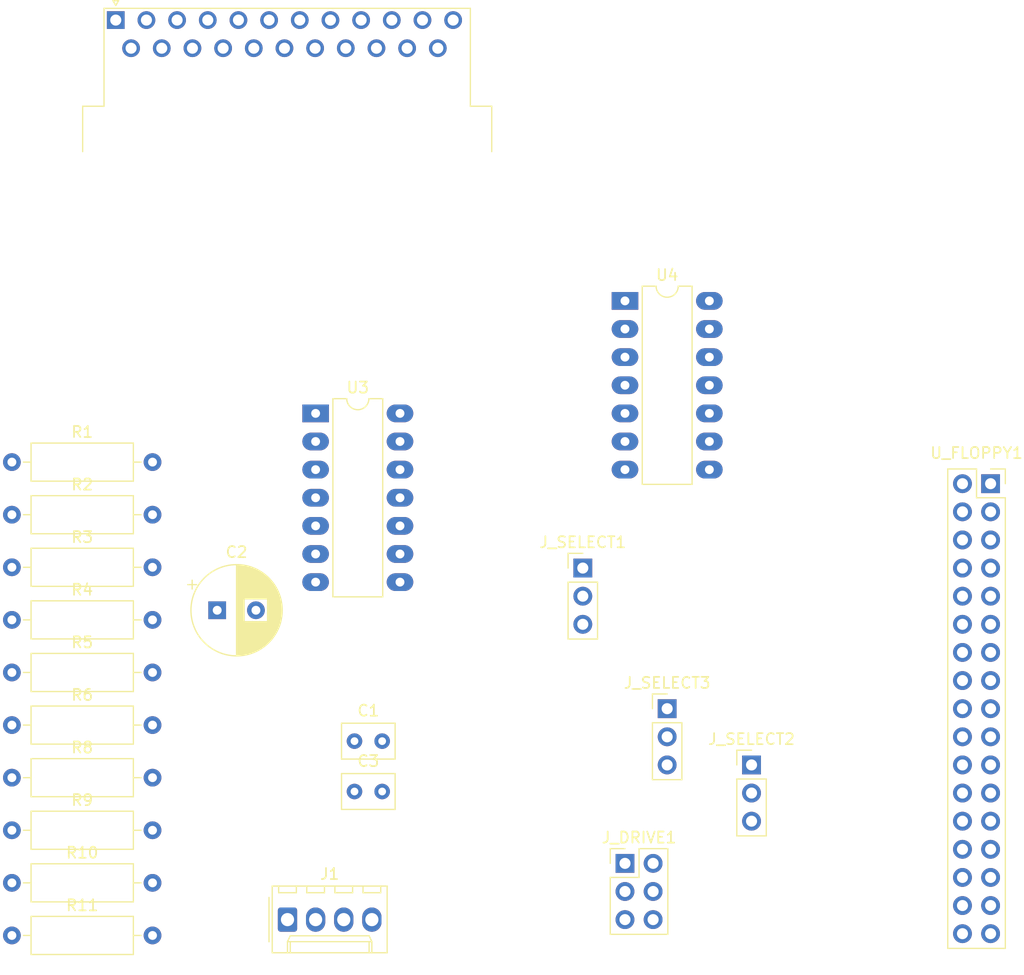
<source format=kicad_pcb>
(kicad_pcb (version 20240108) (generator "pcbnew") (generator_version "8.0")
  (layers (0 "F.Cu" signal) (31 "B.Cu" signal) (34 "B.Paste" user) (35 "F.Paste" user) (36 "B.SilkS" user "B.Silkscreen") (37 "F.SilkS" user "F.Silkscreen") (38 "B.Mask" user) (39 "F.Mask" user) (44 "Edge.Cuts" user))
  (net 0 "")
  (net 1 "GND")
  (net 2 "+5V")
  (net 3 "Net-(J_DRIVE1-Pin_2)")
  (net 4 "Net-(J_DRIVE1-Pin_5)")
  (net 5 "Net-(J_DRIVE1-Pin_3)")
  (net 6 "Net-(J_DRIVE1-Pin_1)")
  (net 7 "Net-(J_SELECT1-Pin_1)")
  (net 9 "Net-(J_SELECT1-Pin_2)")
  (net 10 "Net-(J_SELECT2-Pin_1)")
  (net 11 "~{CHNG}")
  (net 12 "Net-(J_SELECT3-Pin_1)")
  (net 13 "Net-(J_SELECT3-Pin_3)")
  (net 14 "Net-(U4A-C)")
  (net 15 "~{WPRO}")
  (net 16 "~{DKRD}")
  (net 17 "Net-(U_FLOPPY1-~{MOTEB})")
  (net 18 "~{DRES}")
  (net 19 "~{MTRXD}")
  (net 20 "~{TKO}")
  (net 22 "Net-(U4A-~{Q})")
  (net 23 "Net-(U4A-Q)")
  (net 26 "/~{DKWE}")
  (net 27 "/~{SIDE}")
  (net 28 "/~{INDEX}")
  (net 29 "/~{STEP}")
  (net 31 "/~{DIR}")
  (net 32 "/~{DKWD}")
  (footprint "Resistor_THT:R_Axial_DIN0309_L9.0mm_D3.2mm_P12.70mm_Horizontal" (layer "F.Cu") (at 95.76 114.79)
    (property "Reference" "R10" (at 6.35 -2.72 0) (layer "F.SilkS"))
    (property "Value" "2.2k")
    (fp_line (start 1.04 0) (end 1.73 0) (stroke (width 0.12)) (layer "F.SilkS"))
    (fp_line (start 1.73 -1.72) (end 1.73 1.72) (stroke (width 0.12)) (layer "F.SilkS"))
    (fp_line (start 1.73 1.72) (end 10.97 1.72) (stroke (width 0.12)) (layer "F.SilkS"))
    (fp_line (start 10.97 -1.72) (end 1.73 -1.72) (stroke (width 0.12)) (layer "F.SilkS"))
    (fp_line (start 10.97 1.72) (end 10.97 -1.72) (stroke (width 0.12)) (layer "F.SilkS"))
    (fp_line (start 11.66 0) (end 10.97 0) (stroke (width 0.12)) (layer "F.SilkS"))
    (pad "1" thru_hole circle (at 0 0) (size 1.6 1.6) (drill 0.8) (layers "*.Cu" "*.Mask") (net 2 "+5V"))
    (pad "2" thru_hole oval (at 12.7 0) (size 1.6 1.6) (drill 0.8) (layers "*.Cu" "*.Mask") (net 19 "~{MTRXD}"))
  )
  (footprint "Resistor_THT:R_Axial_DIN0309_L9.0mm_D3.2mm_P12.70mm_Horizontal" (layer "F.Cu") (at 95.76 86.29)
    (property "Reference" "R3" (at 6.35 -2.72 0) (layer "F.SilkS"))
    (property "Value" "2.2k")
    (fp_line (start 1.04 0) (end 1.73 0) (stroke (width 0.12)) (layer "F.SilkS"))
    (fp_line (start 1.73 -1.72) (end 1.73 1.72) (stroke (width 0.12)) (layer "F.SilkS"))
    (fp_line (start 1.73 1.72) (end 10.97 1.72) (stroke (width 0.12)) (layer "F.SilkS"))
    (fp_line (start 10.97 -1.72) (end 1.73 -1.72) (stroke (width 0.12)) (layer "F.SilkS"))
    (fp_line (start 10.97 1.72) (end 10.97 -1.72) (stroke (width 0.12)) (layer "F.SilkS"))
    (fp_line (start 11.66 0) (end 10.97 0) (stroke (width 0.12)) (layer "F.SilkS"))
    (pad "1" thru_hole circle (at 0 0) (size 1.6 1.6) (drill 0.8) (layers "*.Cu" "*.Mask") (net 2 "+5V"))
    (pad "2" thru_hole oval (at 12.7 0) (size 1.6 1.6) (drill 0.8) (layers "*.Cu" "*.Mask") (net 15 "~{WPRO}"))
  )
  (footprint "Connector_PinSocket_2.54mm:PinSocket_2x17_P2.54mm_Vertical" (layer "F.Cu") (at 184.15 78.74)
    (property "Reference" "U_FLOPPY1" (at -1.27 -2.77 0) (layer "F.SilkS"))
    (property "Value" "~")
    (fp_line (start -3.87 -1.33) (end -3.87 41.97) (stroke (width 0.12)) (layer "F.SilkS"))
    (fp_line (start -3.87 -1.33) (end -1.27 -1.33) (stroke (width 0.12)) (layer "F.SilkS"))
    (fp_line (start -3.87 41.97) (end 1.33 41.97) (stroke (width 0.12)) (layer "F.SilkS"))
    (fp_line (start -1.27 -1.33) (end -1.27 1.27) (stroke (width 0.12)) (layer "F.SilkS"))
    (fp_line (start -1.27 1.27) (end 1.33 1.27) (stroke (width 0.12)) (layer "F.SilkS"))
    (fp_line (start 0 -1.33) (end 1.33 -1.33) (stroke (width 0.12)) (layer "F.SilkS"))
    (fp_line (start 1.33 -1.33) (end 1.33 0) (stroke (width 0.12)) (layer "F.SilkS"))
    (fp_line (start 1.33 1.27) (end 1.33 41.97) (stroke (width 0.12)) (layer "F.SilkS"))
    (pad "1" thru_hole rect (at 0 0) (size 1.7 1.7) (drill 1) (layers "*.Cu" "*.Mask") (net 1 "GND"))
    (pad "2" thru_hole oval (at -2.54 0) (size 1.7 1.7) (drill 1) (layers "*.Cu" "*.Mask") (net 10 "Net-(J_SELECT2-Pin_1)"))
    (pad "3" thru_hole oval (at 0 2.54) (size 1.7 1.7) (drill 1) (layers "*.Cu" "*.Mask") (net 1 "GND"))
    (pad "4" thru_hole oval (at -2.54 2.54) (size 1.7 1.7) (drill 1) (layers "*.Cu" "*.Mask") (net 17 "Net-(U_FLOPPY1-~{MOTEB})"))
    (pad "5" thru_hole oval (at 0 5.08) (size 1.7 1.7) (drill 1) (layers "*.Cu" "*.Mask") (net 1 "GND"))
    (pad "6" thru_hole oval (at -2.54 5.08) (size 1.7 1.7) (drill 1) (layers "*.Cu" "*.Mask"))
    (pad "7" thru_hole oval (at 0 7.62) (size 1.7 1.7) (drill 1) (layers "*.Cu" "*.Mask") (net 1 "GND"))
    (pad "8" thru_hole oval (at -2.54 7.62) (size 1.7 1.7) (drill 1) (layers "*.Cu" "*.Mask") (net 28 "/~{INDEX}"))
    (pad "9" thru_hole oval (at 0 10.16) (size 1.7 1.7) (drill 1) (layers "*.Cu" "*.Mask") (net 1 "GND"))
    (pad "10" thru_hole oval (at -2.54 10.16) (size 1.7 1.7) (drill 1) (layers "*.Cu" "*.Mask") (net 12 "Net-(J_SELECT3-Pin_1)"))
    (pad "11" thru_hole oval (at 0 12.7) (size 1.7 1.7) (drill 1) (layers "*.Cu" "*.Mask") (net 1 "GND"))
    (pad "12" thru_hole oval (at -2.54 12.7) (size 1.7 1.7) (drill 1) (layers "*.Cu" "*.Mask") (net 13 "Net-(J_SELECT3-Pin_3)"))
    (pad "13" thru_hole oval (at 0 15.24) (size 1.7 1.7) (drill 1) (layers "*.Cu" "*.Mask") (net 1 "GND"))
    (pad "14" thru_hole oval (at -2.54 15.24) (size 1.7 1.7) (drill 1) (layers "*.Cu" "*.Mask"))
    (pad "15" thru_hole oval (at 0 17.78) (size 1.7 1.7) (drill 1) (layers "*.Cu" "*.Mask") (net 1 "GND"))
    (pad "16" thru_hole oval (at -2.54 17.78) (size 1.7 1.7) (drill 1) (layers "*.Cu" "*.Mask") (net 17 "Net-(U_FLOPPY1-~{MOTEB})"))
    (pad "17" thru_hole oval (at 0 20.32) (size 1.7 1.7) (drill 1) (layers "*.Cu" "*.Mask") (net 1 "GND"))
    (pad "18" thru_hole oval (at -2.54 20.32) (size 1.7 1.7) (drill 1) (layers "*.Cu" "*.Mask") (net 31 "/~{DIR}"))
    (pad "19" thru_hole oval (at 0 22.86) (size 1.7 1.7) (drill 1) (layers "*.Cu" "*.Mask") (net 1 "GND"))
    (pad "20" thru_hole oval (at -2.54 22.86) (size 1.7 1.7) (drill 1) (layers "*.Cu" "*.Mask") (net 29 "/~{STEP}"))
    (pad "21" thru_hole oval (at 0 25.4) (size 1.7 1.7) (drill 1) (layers "*.Cu" "*.Mask") (net 1 "GND"))
    (pad "22" thru_hole oval (at -2.54 25.4) (size 1.7 1.7) (drill 1) (layers "*.Cu" "*.Mask") (net 32 "/~{DKWD}"))
    (pad "23" thru_hole oval (at 0 27.94) (size 1.7 1.7) (drill 1) (layers "*.Cu" "*.Mask") (net 1 "GND"))
    (pad "24" thru_hole oval (at -2.54 27.94) (size 1.7 1.7) (drill 1) (layers "*.Cu" "*.Mask") (net 26 "/~{DKWE}"))
    (pad "25" thru_hole oval (at 0 30.48) (size 1.7 1.7) (drill 1) (layers "*.Cu" "*.Mask") (net 1 "GND"))
    (pad "26" thru_hole oval (at -2.54 30.48) (size 1.7 1.7) (drill 1) (layers "*.Cu" "*.Mask") (net 20 "~{TKO}"))
    (pad "27" thru_hole oval (at 0 33.02) (size 1.7 1.7) (drill 1) (layers "*.Cu" "*.Mask") (net 1 "GND"))
    (pad "28" thru_hole oval (at -2.54 33.02) (size 1.7 1.7) (drill 1) (layers "*.Cu" "*.Mask") (net 15 "~{WPRO}"))
    (pad "29" thru_hole oval (at 0 35.56) (size 1.7 1.7) (drill 1) (layers "*.Cu" "*.Mask") (net 1 "GND"))
    (pad "30" thru_hole oval (at -2.54 35.56) (size 1.7 1.7) (drill 1) (layers "*.Cu" "*.Mask") (net 16 "~{DKRD}"))
    (pad "31" thru_hole oval (at 0 38.1) (size 1.7 1.7) (drill 1) (layers "*.Cu" "*.Mask") (net 1 "GND"))
    (pad "32" thru_hole oval (at -2.54 38.1) (size 1.7 1.7) (drill 1) (layers "*.Cu" "*.Mask") (net 27 "/~{SIDE}"))
    (pad "33" thru_hole oval (at 0 40.64) (size 1.7 1.7) (drill 1) (layers "*.Cu" "*.Mask") (net 1 "GND"))
    (pad "34" thru_hole oval (at -2.54 40.64) (size 1.7 1.7) (drill 1) (layers "*.Cu" "*.Mask") (net 7 "Net-(J_SELECT1-Pin_1)"))
  )
  (footprint "Connector_PinHeader_2.54mm:PinHeader_2x03_P2.54mm_Vertical" (layer "F.Cu") (at 151.13 113.03)
    (property "Reference" "J_DRIVE1" (at 1.27 -2.33 0) (layer "F.SilkS"))
    (property "Value" "Conn_2x3")
    (fp_line (start -1.33 -1.33) (end 0 -1.33) (stroke (width 0.12)) (layer "F.SilkS"))
    (fp_line (start -1.33 0) (end -1.33 -1.33) (stroke (width 0.12)) (layer "F.SilkS"))
    (fp_line (start -1.33 1.27) (end -1.33 6.41) (stroke (width 0.12)) (layer "F.SilkS"))
    (fp_line (start -1.33 1.27) (end 1.27 1.27) (stroke (width 0.12)) (layer "F.SilkS"))
    (fp_line (start -1.33 6.41) (end 3.87 6.41) (stroke (width 0.12)) (layer "F.SilkS"))
    (fp_line (start 1.27 -1.33) (end 3.87 -1.33) (stroke (width 0.12)) (layer "F.SilkS"))
    (fp_line (start 1.27 1.27) (end 1.27 -1.33) (stroke (width 0.12)) (layer "F.SilkS"))
    (fp_line (start 3.87 -1.33) (end 3.87 6.41) (stroke (width 0.12)) (layer "F.SilkS"))
    (pad "1" thru_hole rect (at 0 0) (size 1.7 1.7) (drill 1) (layers "*.Cu" "*.Mask") (net 6 "Net-(J_DRIVE1-Pin_1)"))
    (pad "2" thru_hole oval (at 2.54 0) (size 1.7 1.7) (drill 1) (layers "*.Cu" "*.Mask") (net 3 "Net-(J_DRIVE1-Pin_2)"))
    (pad "3" thru_hole oval (at 0 2.54) (size 1.7 1.7) (drill 1) (layers "*.Cu" "*.Mask") (net 5 "Net-(J_DRIVE1-Pin_3)"))
    (pad "4" thru_hole oval (at 2.54 2.54) (size 1.7 1.7) (drill 1) (layers "*.Cu" "*.Mask") (net 3 "Net-(J_DRIVE1-Pin_2)"))
    (pad "5" thru_hole oval (at 0 5.08) (size 1.7 1.7) (drill 1) (layers "*.Cu" "*.Mask") (net 4 "Net-(J_DRIVE1-Pin_5)"))
    (pad "6" thru_hole oval (at 2.54 5.08) (size 1.7 1.7) (drill 1) (layers "*.Cu" "*.Mask") (net 3 "Net-(J_DRIVE1-Pin_2)"))
  )
  (footprint "Connector_PinHeader_2.54mm:PinHeader_1x03_P2.54mm_Vertical" (layer "F.Cu") (at 147.32 86.36)
    (property "Reference" "J_SELECT1" (at 0 -2.33 0) (layer "F.SilkS"))
    (property "Value" "Conn_1x3")
    (fp_line (start -1.33 -1.33) (end 0 -1.33) (stroke (width 0.12)) (layer "F.SilkS"))
    (fp_line (start -1.33 0) (end -1.33 -1.33) (stroke (width 0.12)) (layer "F.SilkS"))
    (fp_line (start -1.33 1.27) (end -1.33 6.41) (stroke (width 0.12)) (layer "F.SilkS"))
    (fp_line (start -1.33 1.27) (end 1.33 1.27) (stroke (width 0.12)) (layer "F.SilkS"))
    (fp_line (start -1.33 6.41) (end 1.33 6.41) (stroke (width 0.12)) (layer "F.SilkS"))
    (fp_line (start 1.33 1.27) (end 1.33 6.41) (stroke (width 0.12)) (layer "F.SilkS"))
    (pad "1" thru_hole rect (at 0 0) (size 1.7 1.7) (drill 1) (layers "*.Cu" "*.Mask") (net 7 "Net-(J_SELECT1-Pin_1)"))
    (pad "2" thru_hole oval (at 0 2.54) (size 1.7 1.7) (drill 1) (layers "*.Cu" "*.Mask") (net 9 "Net-(J_SELECT1-Pin_2)"))
    (pad "3" thru_hole oval (at 0 5.08) (size 1.7 1.7) (drill 1) (layers "*.Cu" "*.Mask"))
  )
  (footprint "Package_DIP:DIP-14_W7.62mm_LongPads" (layer "F.Cu") (at 123.19 72.39)
    (property "Reference" "U3" (at 3.81 -2.33 0) (layer "F.SilkS"))
    (property "Value" "74LS38")
    (fp_line (start 1.56 -1.33) (end 1.56 16.57) (stroke (width 0.12)) (layer "F.SilkS"))
    (fp_line (start 1.56 16.57) (end 6.06 16.57) (stroke (width 0.12)) (layer "F.SilkS"))
    (fp_line (start 2.81 -1.33) (end 1.56 -1.33) (stroke (width 0.12)) (layer "F.SilkS"))
    (fp_line (start 6.06 -1.33) (end 4.81 -1.33) (stroke (width 0.12)) (layer "F.SilkS"))
    (fp_line (start 6.06 16.57) (end 6.06 -1.33) (stroke (width 0.12)) (layer "F.SilkS"))
    (fp_arc (start 4.81 -1.33) (mid 3.81 -0.33) (end 2.81 -1.33) (stroke (width 0.12)) (layer "F.SilkS"))
    (pad "1" thru_hole rect (at 0 0) (size 2.4 1.6) (drill 0.8) (layers "*.Cu" "*.Mask") (net 3 "Net-(J_DRIVE1-Pin_2)"))
    (pad "2" thru_hole oval (at 0 2.54) (size 2.4 1.6) (drill 0.8) (layers "*.Cu" "*.Mask") (net 3 "Net-(J_DRIVE1-Pin_2)"))
    (pad "3" thru_hole oval (at 0 5.08) (size 2.4 1.6) (drill 0.8) (layers "*.Cu" "*.Mask") (net 14 "Net-(U4A-C)"))
    (pad "4" thru_hole oval (at 0 7.62) (size 2.4 1.6) (drill 0.8) (layers "*.Cu" "*.Mask") (net 14 "Net-(U4A-C)"))
    (pad "5" thru_hole oval (at 0 10.16) (size 2.4 1.6) (drill 0.8) (layers "*.Cu" "*.Mask") (net 23 "Net-(U4A-Q)"))
    (pad "6" thru_hole oval (at 0 12.7) (size 2.4 1.6) (drill 0.8) (layers "*.Cu" "*.Mask") (net 9 "Net-(J_SELECT1-Pin_2)"))
    (pad "7" thru_hole oval (at 0 15.24) (size 2.4 1.6) (drill 0.8) (layers "*.Cu" "*.Mask") (net 1 "GND"))
    (pad "8" thru_hole oval (at 7.62 15.24) (size 2.4 1.6) (drill 0.8) (layers "*.Cu" "*.Mask") (net 17 "Net-(U_FLOPPY1-~{MOTEB})"))
    (pad "9" thru_hole oval (at 7.62 12.7) (size 2.4 1.6) (drill 0.8) (layers "*.Cu" "*.Mask") (net 22 "Net-(U4A-~{Q})"))
    (pad "10" thru_hole oval (at 7.62 10.16) (size 2.4 1.6) (drill 0.8) (layers "*.Cu" "*.Mask") (net 22 "Net-(U4A-~{Q})"))
    (pad "11" thru_hole oval (at 7.62 7.62) (size 2.4 1.6) (drill 0.8) (layers "*.Cu" "*.Mask"))
    (pad "12" thru_hole oval (at 7.62 5.08) (size 2.4 1.6) (drill 0.8) (layers "*.Cu" "*.Mask") (net 1 "GND"))
    (pad "13" thru_hole oval (at 7.62 2.54) (size 2.4 1.6) (drill 0.8) (layers "*.Cu" "*.Mask") (net 1 "GND"))
    (pad "14" thru_hole oval (at 7.62 0) (size 2.4 1.6) (drill 0.8) (layers "*.Cu" "*.Mask") (net 2 "+5V"))
  )
  (footprint "Capacitor_THT:C_Rect_L4.6mm_W3.0mm_P2.50mm_MKS02_FKP02" (layer "F.Cu") (at 126.7 101.99)
    (property "Reference" "C1" (at 1.25 -2.75 0) (layer "F.SilkS"))
    (property "Value" "100nF")
    (fp_line (start -1.17 -1.62) (end -1.17 1.62) (stroke (width 0.12)) (layer "F.SilkS"))
    (fp_line (start -1.17 -1.62) (end 3.67 -1.62) (stroke (width 0.12)) (layer "F.SilkS"))
    (fp_line (start -1.17 1.62) (end 3.67 1.62) (stroke (width 0.12)) (layer "F.SilkS"))
    (fp_line (start 3.67 -1.62) (end 3.67 1.62) (stroke (width 0.12)) (layer "F.SilkS"))
    (pad "1" thru_hole circle (at 0 0) (size 1.4 1.4) (drill 0.7) (layers "*.Cu" "*.Mask") (net 2 "+5V"))
    (pad "2" thru_hole circle (at 2.5 0) (size 1.4 1.4) (drill 0.7) (layers "*.Cu" "*.Mask") (net 1 "GND"))
  )
  (footprint "Capacitor_THT:CP_Radial_D8.0mm_P3.50mm" (layer "F.Cu") (at 114.3 90.17)
    (property "Reference" "C2" (at 1.75 -5.25 0) (layer "F.SilkS"))
    (property "Value" "10uF")
    (fp_line (start -2.659698 -2.315) (end -1.859698 -2.315) (stroke (width 0.12)) (layer "F.SilkS"))
    (fp_line (start -2.259698 -2.715) (end -2.259698 -1.915) (stroke (width 0.12)) (layer "F.SilkS"))
    (fp_line (start 1.75 -4.08) (end 1.75 4.08) (stroke (width 0.12)) (layer "F.SilkS"))
    (fp_line (start 1.79 -4.08) (end 1.79 4.08) (stroke (width 0.12)) (layer "F.SilkS"))
    (fp_line (start 1.83 -4.08) (end 1.83 4.08) (stroke (width 0.12)) (layer "F.SilkS"))
    (fp_line (start 1.87 -4.079) (end 1.87 4.079) (stroke (width 0.12)) (layer "F.SilkS"))
    (fp_line (start 1.91 -4.077) (end 1.91 4.077) (stroke (width 0.12)) (layer "F.SilkS"))
    (fp_line (start 1.95 -4.076) (end 1.95 4.076) (stroke (width 0.12)) (layer "F.SilkS"))
    (fp_line (start 1.99 -4.074) (end 1.99 4.074) (stroke (width 0.12)) (layer "F.SilkS"))
    (fp_line (start 2.03 -4.071) (end 2.03 4.071) (stroke (width 0.12)) (layer "F.SilkS"))
    (fp_line (start 2.07 -4.068) (end 2.07 4.068) (stroke (width 0.12)) (layer "F.SilkS"))
    (fp_line (start 2.11 -4.065) (end 2.11 4.065) (stroke (width 0.12)) (layer "F.SilkS"))
    (fp_line (start 2.15 -4.061) (end 2.15 4.061) (stroke (width 0.12)) (layer "F.SilkS"))
    (fp_line (start 2.19 -4.057) (end 2.19 4.057) (stroke (width 0.12)) (layer "F.SilkS"))
    (fp_line (start 2.23 -4.052) (end 2.23 4.052) (stroke (width 0.12)) (layer "F.SilkS"))
    (fp_line (start 2.27 -4.048) (end 2.27 4.048) (stroke (width 0.12)) (layer "F.SilkS"))
    (fp_line (start 2.31 -4.042) (end 2.31 4.042) (stroke (width 0.12)) (layer "F.SilkS"))
    (fp_line (start 2.35 -4.037) (end 2.35 4.037) (stroke (width 0.12)) (layer "F.SilkS"))
    (fp_line (start 2.39 -4.03) (end 2.39 4.03) (stroke (width 0.12)) (layer "F.SilkS"))
    (fp_line (start 2.43 -4.024) (end 2.43 4.024) (stroke (width 0.12)) (layer "F.SilkS"))
    (fp_line (start 2.471 -4.017) (end 2.471 -1.04) (stroke (width 0.12)) (layer "F.SilkS"))
    (fp_line (start 2.471 1.04) (end 2.471 4.017) (stroke (width 0.12)) (layer "F.SilkS"))
    (fp_line (start 2.511 -4.01) (end 2.511 -1.04) (stroke (width 0.12)) (layer "F.SilkS"))
    (fp_line (start 2.511 1.04) (end 2.511 4.01) (stroke (width 0.12)) (layer "F.SilkS"))
    (fp_line (start 2.551 -4.002) (end 2.551 -1.04) (stroke (width 0.12)) (layer "F.SilkS"))
    (fp_line (start 2.551 1.04) (end 2.551 4.002) (stroke (width 0.12)) (layer "F.SilkS"))
    (fp_line (start 2.591 -3.994) (end 2.591 -1.04) (stroke (width 0.12)) (layer "F.SilkS"))
    (fp_line (start 2.591 1.04) (end 2.591 3.994) (stroke (width 0.12)) (layer "F.SilkS"))
    (fp_line (start 2.631 -3.985) (end 2.631 -1.04) (stroke (width 0.12)) (layer "F.SilkS"))
    (fp_line (start 2.631 1.04) (end 2.631 3.985) (stroke (width 0.12)) (layer "F.SilkS"))
    (fp_line (start 2.671 -3.976) (end 2.671 -1.04) (stroke (width 0.12)) (layer "F.SilkS"))
    (fp_line (start 2.671 1.04) (end 2.671 3.976) (stroke (width 0.12)) (layer "F.SilkS"))
    (fp_line (start 2.711 -3.967) (end 2.711 -1.04) (stroke (width 0.12)) (layer "F.SilkS"))
    (fp_line (start 2.711 1.04) (end 2.711 3.967) (stroke (width 0.12)) (layer "F.SilkS"))
    (fp_line (start 2.751 -3.957) (end 2.751 -1.04) (stroke (width 0.12)) (layer "F.SilkS"))
    (fp_line (start 2.751 1.04) (end 2.751 3.957) (stroke (width 0.12)) (layer "F.SilkS"))
    (fp_line (start 2.791 -3.947) (end 2.791 -1.04) (stroke (width 0.12)) (layer "F.SilkS"))
    (fp_line (start 2.791 1.04) (end 2.791 3.947) (stroke (width 0.12)) (layer "F.SilkS"))
    (fp_line (start 2.831 -3.936) (end 2.831 -1.04) (stroke (width 0.12)) (layer "F.SilkS"))
    (fp_line (start 2.831 1.04) (end 2.831 3.936) (stroke (width 0.12)) (layer "F.SilkS"))
    (fp_line (start 2.871 -3.925) (end 2.871 -1.04) (stroke (width 0.12)) (layer "F.SilkS"))
    (fp_line (start 2.871 1.04) (end 2.871 3.925) (stroke (width 0.12)) (layer "F.SilkS"))
    (fp_line (start 2.911 -3.914) (end 2.911 -1.04) (stroke (width 0.12)) (layer "F.SilkS"))
    (fp_line (start 2.911 1.04) (end 2.911 3.914) (stroke (width 0.12)) (layer "F.SilkS"))
    (fp_line (start 2.951 -3.902) (end 2.951 -1.04) (stroke (width 0.12)) (layer "F.SilkS"))
    (fp_line (start 2.951 1.04) (end 2.951 3.902) (stroke (width 0.12)) (layer "F.SilkS"))
    (fp_line (start 2.991 -3.889) (end 2.991 -1.04) (stroke (width 0.12)) (layer "F.SilkS"))
    (fp_line (start 2.991 1.04) (end 2.991 3.889) (stroke (width 0.12)) (layer "F.SilkS"))
    (fp_line (start 3.031 -3.877) (end 3.031 -1.04) (stroke (width 0.12)) (layer "F.SilkS"))
    (fp_line (start 3.031 1.04) (end 3.031 3.877) (stroke (width 0.12)) (layer "F.SilkS"))
    (fp_line (start 3.071 -3.863) (end 3.071 -1.04) (stroke (width 0.12)) (layer "F.SilkS"))
    (fp_line (start 3.071 1.04) (end 3.071 3.863) (stroke (width 0.12)) (layer "F.SilkS"))
    (fp_line (start 3.111 -3.85) (end 3.111 -1.04) (stroke (width 0.12)) (layer "F.SilkS"))
    (fp_line (start 3.111 1.04) (end 3.111 3.85) (stroke (width 0.12)) (layer "F.SilkS"))
    (fp_line (start 3.151 -3.835) (end 3.151 -1.04) (stroke (width 0.12)) (layer "F.SilkS"))
    (fp_line (start 3.151 1.04) (end 3.151 3.835) (stroke (width 0.12)) (layer "F.SilkS"))
    (fp_line (start 3.191 -3.821) (end 3.191 -1.04) (stroke (width 0.12)) (layer "F.SilkS"))
    (fp_line (start 3.191 1.04) (end 3.191 3.821) (stroke (width 0.12)) (layer "F.SilkS"))
    (fp_line (start 3.231 -3.805) (end 3.231 -1.04) (stroke (width 0.12)) (layer "F.SilkS"))
    (fp_line (start 3.231 1.04) (end 3.231 3.805) (stroke (width 0.12)) (layer "F.SilkS"))
    (fp_line (start 3.271 -3.79) (end 3.271 -1.04) (stroke (width 0.12)) (layer "F.SilkS"))
    (fp_line (start 3.271 1.04) (end 3.271 3.79) (stroke (width 0.12)) (layer "F.SilkS"))
    (fp_line (start 3.311 -3.774) (end 3.311 -1.04) (stroke (width 0.12)) (layer "F.SilkS"))
    (fp_line (start 3.311 1.04) (end 3.311 3.774) (stroke (width 0.12)) (layer "F.SilkS"))
    (fp_line (start 3.351 -3.757) (end 3.351 -1.04) (stroke (width 0.12)) (layer "F.SilkS"))
    (fp_line (start 3.351 1.04) (end 3.351 3.757) (stroke (width 0.12)) (layer "F.SilkS"))
    (fp_line (start 3.391 -3.74) (end 3.391 -1.04) (stroke (width 0.12)) (layer "F.SilkS"))
    (fp_line (start 3.391 1.04) (end 3.391 3.74) (stroke (width 0.12)) (layer "F.SilkS"))
    (fp_line (start 3.431 -3.722) (end 3.431 -1.04) (stroke (width 0.12)) (layer "F.SilkS"))
    (fp_line (start 3.431 1.04) (end 3.431 3.722) (stroke (width 0.12)) (layer "F.SilkS"))
    (fp_line (start 3.471 -3.704) (end 3.471 -1.04) (stroke (width 0.12)) (layer "F.SilkS"))
    (fp_line (start 3.471 1.04) (end 3.471 3.704) (stroke (width 0.12)) (layer "F.SilkS"))
    (fp_line (start 3.511 -3.686) (end 3.511 -1.04) (stroke (width 0.12)) (layer "F.SilkS"))
    (fp_line (start 3.511 1.04) (end 3.511 3.686) (stroke (width 0.12)) (layer "F.SilkS"))
    (fp_line (start 3.551 -3.666) (end 3.551 -1.04) (stroke (width 0.12)) (layer "F.SilkS"))
    (fp_line (start 3.551 1.04) (end 3.551 3.666) (stroke (width 0.12)) (layer "F.SilkS"))
    (fp_line (start 3.591 -3.647) (end 3.591 -1.04) (stroke (width 0.12)) (layer "F.SilkS"))
    (fp_line (start 3.591 1.04) (end 3.591 3.647) (stroke (width 0.12)) (layer "F.SilkS"))
    (fp_line (start 3.631 -3.627) (end 3.631 -1.04) (stroke (width 0.12)) (layer "F.SilkS"))
    (fp_line (start 3.631 1.04) (end 3.631 3.627) (stroke (width 0.12)) (layer "F.SilkS"))
    (fp_line (start 3.671 -3.606) (end 3.671 -1.04) (stroke (width 0.12)) (layer "F.SilkS"))
    (fp_line (start 3.671 1.04) (end 3.671 3.606) (stroke (width 0.12)) (layer "F.SilkS"))
    (fp_line (start 3.711 -3.584) (end 3.711 -1.04) (stroke (width 0.12)) (layer "F.SilkS"))
    (fp_line (start 3.711 1.04) (end 3.711 3.584) (stroke (width 0.12)) (layer "F.SilkS"))
    (fp_line (start 3.751 -3.562) (end 3.751 -1.04) (stroke (width 0.12)) (layer "F.SilkS"))
    (fp_line (start 3.751 1.04) (end 3.751 3.562) (stroke (width 0.12)) (layer "F.SilkS"))
    (fp_line (start 3.791 -3.54) (end 3.791 -1.04) (stroke (width 0.12)) (layer "F.SilkS"))
    (fp_line (start 3.791 1.04) (end 3.791 3.54) (stroke (width 0.12)) (layer "F.SilkS"))
    (fp_line (start 3.831 -3.517) (end 3.831 -1.04) (stroke (width 0.12)) (layer "F.SilkS"))
    (fp_line (start 3.831 1.04) (end 3.831 3.517) (stroke (width 0.12)) (layer "F.SilkS"))
    (fp_line (start 3.871 -3.493) (end 3.871 -1.04) (stroke (width 0.12)) (layer "F.SilkS"))
    (fp_line (start 3.871 1.04) (end 3.871 3.493) (stroke (width 0.12)) (layer "F.SilkS"))
    (fp_line (start 3.911 -3.469) (end 3.911 -1.04) (stroke (width 0.12)) (layer "F.SilkS"))
    (fp_line (start 3.911 1.04) (end 3.911 3.469) (stroke (width 0.12)) (layer "F.SilkS"))
    (fp_line (start 3.951 -3.444) (end 3.951 -1.04) (stroke (width 0.12)) (layer "F.SilkS"))
    (fp_line (start 3.951 1.04) (end 3.951 3.444) (stroke (width 0.12)) (layer "F.SilkS"))
    (fp_line (start 3.991 -3.418) (end 3.991 -1.04) (stroke (width 0.12)) (layer "F.SilkS"))
    (fp_line (start 3.991 1.04) (end 3.991 3.418) (stroke (width 0.12)) (layer "F.SilkS"))
    (fp_line (start 4.031 -3.392) (end 4.031 -1.04) (stroke (width 0.12)) (layer "F.SilkS"))
    (fp_line (start 4.031 1.04) (end 4.031 3.392) (stroke (width 0.12)) (layer "F.SilkS"))
    (fp_line (start 4.071 -3.365) (end 4.071 -1.04) (stroke (width 0.12)) (layer "F.SilkS"))
    (fp_line (start 4.071 1.04) (end 4.071 3.365) (stroke (width 0.12)) (layer "F.SilkS"))
    (fp_line (start 4.111 -3.338) (end 4.111 -1.04) (stroke (width 0.12)) (layer "F.SilkS"))
    (fp_line (start 4.111 1.04) (end 4.111 3.338) (stroke (width 0.12)) (layer "F.SilkS"))
    (fp_line (start 4.151 -3.309) (end 4.151 -1.04) (stroke (width 0.12)) (layer "F.SilkS"))
    (fp_line (start 4.151 1.04) (end 4.151 3.309) (stroke (width 0.12)) (layer "F.SilkS"))
    (fp_line (start 4.191 -3.28) (end 4.191 -1.04) (stroke (width 0.12)) (layer "F.SilkS"))
    (fp_line (start 4.191 1.04) (end 4.191 3.28) (stroke (width 0.12)) (layer "F.SilkS"))
    (fp_line (start 4.231 -3.25) (end 4.231 -1.04) (stroke (width 0.12)) (layer "F.SilkS"))
    (fp_line (start 4.231 1.04) (end 4.231 3.25) (stroke (width 0.12)) (layer "F.SilkS"))
    (fp_line (start 4.271 -3.22) (end 4.271 -1.04) (stroke (width 0.12)) (layer "F.SilkS"))
    (fp_line (start 4.271 1.04) (end 4.271 3.22) (stroke (width 0.12)) (layer "F.SilkS"))
    (fp_line (start 4.311 -3.189) (end 4.311 -1.04) (stroke (width 0.12)) (layer "F.SilkS"))
    (fp_line (start 4.311 1.04) (end 4.311 3.189) (stroke (width 0.12)) (layer "F.SilkS"))
    (fp_line (start 4.351 -3.156) (end 4.351 -1.04) (stroke (width 0.12)) (layer "F.SilkS"))
    (fp_line (start 4.351 1.04) (end 4.351 3.156) (stroke (width 0.12)) (layer "F.SilkS"))
    (fp_line (start 4.391 -3.124) (end 4.391 -1.04) (stroke (width 0.12)) (layer "F.SilkS"))
    (fp_line (start 4.391 1.04) (end 4.391 3.124) (stroke (width 0.12)) (layer "F.SilkS"))
    (fp_line (start 4.431 -3.09) (end 4.431 -1.04) (stroke (width 0.12)) (layer "F.SilkS"))
    (fp_line (start 4.431 1.04) (end 4.431 3.09) (stroke (width 0.12)) (layer "F.SilkS"))
    (fp_line (start 4.471 -3.055) (end 4.471 -1.04) (stroke (width 0.12)) (layer "F.SilkS"))
    (fp_line (start 4.471 1.04) (end 4.471 3.055) (stroke (width 0.12)) (layer "F.SilkS"))
    (fp_line (start 4.511 -3.019) (end 4.511 -1.04) (stroke (width 0.12)) (layer "F.SilkS"))
    (fp_line (start 4.511 1.04) (end 4.511 3.019) (stroke (width 0.12)) (layer "F.SilkS"))
    (fp_line (start 4.551 -2.983) (end 4.551 2.983) (stroke (width 0.12)) (layer "F.SilkS"))
    (fp_line (start 4.591 -2.945) (end 4.591 2.945) (stroke (width 0.12)) (layer "F.SilkS"))
    (fp_line (start 4.631 -2.907) (end 4.631 2.907) (stroke (width 0.12)) (layer "F.SilkS"))
    (fp_line (start 4.671 -2.867) (end 4.671 2.867) (stroke (width 0.12)) (layer "F.SilkS"))
    (fp_line (start 4.711 -2.826) (end 4.711 2.826) (stroke (width 0.12)) (layer "F.SilkS"))
    (fp_line (start 4.751 -2.784) (end 4.751 2.784) (stroke (width 0.12)) (layer "F.SilkS"))
    (fp_line (start 4.791 -2.741) (end 4.791 2.741) (stroke (width 0.12)) (layer "F.SilkS"))
    (fp_line (start 4.831 -2.697) (end 4.831 2.697) (stroke (width 0.12)) (layer "F.SilkS"))
    (fp_line (start 4.871 -2.651) (end 4.871 2.651) (stroke (width 0.12)) (layer "F.SilkS"))
    (fp_line (start 4.911 -2.604) (end 4.911 2.604) (stroke (width 0.12)) (layer "F.SilkS"))
    (fp_line (start 4.951 -2.556) (end 4.951 2.556) (stroke (width 0.12)) (layer "F.SilkS"))
    (fp_line (start 4.991 -2.505) (end 4.991 2.505) (stroke (width 0.12)) (layer "F.SilkS"))
    (fp_line (start 5.031 -2.454) (end 5.031 2.454) (stroke (width 0.12)) (layer "F.SilkS"))
    (fp_line (start 5.071 -2.4) (end 5.071 2.4) (stroke (width 0.12)) (layer "F.SilkS"))
    (fp_line (start 5.111 -2.345) (end 5.111 2.345) (stroke (width 0.12)) (layer "F.SilkS"))
    (fp_line (start 5.151 -2.287) (end 5.151 2.287) (stroke (width 0.12)) (layer "F.SilkS"))
    (fp_line (start 5.191 -2.228) (end 5.191 2.228) (stroke (width 0.12)) (layer "F.SilkS"))
    (fp_line (start 5.231 -2.166) (end 5.231 2.166) (stroke (width 0.12)) (layer "F.SilkS"))
    (fp_line (start 5.271 -2.102) (end 5.271 2.102) (stroke (width 0.12)) (layer "F.SilkS"))
    (fp_line (start 5.311 -2.034) (end 5.311 2.034) (stroke (width 0.12)) (layer "F.SilkS"))
    (fp_line (start 5.351 -1.964) (end 5.351 1.964) (stroke (width 0.12)) (layer "F.SilkS"))
    (fp_line (start 5.391 -1.89) (end 5.391 1.89) (stroke (width 0.12)) (layer "F.SilkS"))
    (fp_line (start 5.431 -1.813) (end 5.431 1.813) (stroke (width 0.12)) (layer "F.SilkS"))
    (fp_line (start 5.471 -1.731) (end 5.471 1.731) (stroke (width 0.12)) (layer "F.SilkS"))
    (fp_line (start 5.511 -1.645) (end 5.511 1.645) (stroke (width 0.12)) (layer "F.SilkS"))
    (fp_line (start 5.551 -1.552) (end 5.551 1.552) (stroke (width 0.12)) (layer "F.SilkS"))
    (fp_line (start 5.591 -1.453) (end 5.591 1.453) (stroke (width 0.12)) (layer "F.SilkS"))
    (fp_line (start 5.631 -1.346) (end 5.631 1.346) (stroke (width 0.12)) (layer "F.SilkS"))
    (fp_line (start 5.671 -1.229) (end 5.671 1.229) (stroke (width 0.12)) (layer "F.SilkS"))
    (fp_line (start 5.711 -1.098) (end 5.711 1.098) (stroke (width 0.12)) (layer "F.SilkS"))
    (fp_line (start 5.751 -0.948) (end 5.751 0.948) (stroke (width 0.12)) (layer "F.SilkS"))
    (fp_line (start 5.791 -0.768) (end 5.791 0.768) (stroke (width 0.12)) (layer "F.SilkS"))
    (fp_line (start 5.831 -0.533) (end 5.831 0.533) (stroke (width 0.12)) (layer "F.SilkS"))
    (fp_circle (center 1.75 0) (end 5.87 0) (stroke (width 0.12)) (fill none) (layer "F.SilkS"))
    (pad "1" thru_hole rect (at 0 0) (size 1.6 1.6) (drill 0.8) (layers "*.Cu" "*.Mask") (net 2 "+5V"))
    (pad "2" thru_hole circle (at 3.5 0) (size 1.6 1.6) (drill 0.8) (layers "*.Cu" "*.Mask") (net 1 "GND"))
  )
  (footprint "Resistor_THT:R_Axial_DIN0309_L9.0mm_D3.2mm_P12.70mm_Horizontal" (layer "F.Cu") (at 95.76 110.04)
    (property "Reference" "R9" (at 6.35 -2.72 0) (layer "F.SilkS"))
    (property "Value" "2.2k")
    (fp_line (start 1.04 0) (end 1.73 0) (stroke (width 0.12)) (layer "F.SilkS"))
    (fp_line (start 1.73 -1.72) (end 1.73 1.72) (stroke (width 0.12)) (layer "F.SilkS"))
    (fp_line (start 1.73 1.72) (end 10.97 1.72) (stroke (width 0.12)) (layer "F.SilkS"))
    (fp_line (start 10.97 -1.72) (end 1.73 -1.72) (stroke (width 0.12)) (layer "F.SilkS"))
    (fp_line (start 10.97 1.72) (end 10.97 -1.72) (stroke (width 0.12)) (layer "F.SilkS"))
    (fp_line (start 11.66 0) (end 10.97 0) (stroke (width 0.12)) (layer "F.SilkS"))
    (pad "1" thru_hole circle (at 0 0) (size 1.6 1.6) (drill 0.8) (layers "*.Cu" "*.Mask") (net 2 "+5V"))
    (pad "2" thru_hole oval (at 12.7 0) (size 1.6 1.6) (drill 0.8) (layers "*.Cu" "*.Mask") (net 18 "~{DRES}"))
  )
  (footprint "Resistor_THT:R_Axial_DIN0309_L9.0mm_D3.2mm_P12.70mm_Horizontal" (layer "F.Cu") (at 95.76 119.54)
    (property "Reference" "R11" (at 6.35 -2.72 0) (layer "F.SilkS"))
    (property "Value" "2.2k")
    (fp_line (start 1.04 0) (end 1.73 0) (stroke (width 0.12)) (layer "F.SilkS"))
    (fp_line (start 1.73 -1.72) (end 1.73 1.72) (stroke (width 0.12)) (layer "F.SilkS"))
    (fp_line (start 1.73 1.72) (end 10.97 1.72) (stroke (width 0.12)) (layer "F.SilkS"))
    (fp_line (start 10.97 -1.72) (end 1.73 -1.72) (stroke (width 0.12)) (layer "F.SilkS"))
    (fp_line (start 10.97 1.72) (end 10.97 -1.72) (stroke (width 0.12)) (layer "F.SilkS"))
    (fp_line (start 11.66 0) (end 10.97 0) (stroke (width 0.12)) (layer "F.SilkS"))
    (pad "1" thru_hole circle (at 0 0) (size 1.6 1.6) (drill 0.8) (layers "*.Cu" "*.Mask") (net 2 "+5V"))
    (pad "2" thru_hole oval (at 12.7 0) (size 1.6 1.6) (drill 0.8) (layers "*.Cu" "*.Mask") (net 20 "~{TKO}"))
  )
  (footprint "Connector_PinHeader_2.54mm:PinHeader_1x03_P2.54mm_Vertical" (layer "F.Cu") (at 162.56 104.14)
    (property "Reference" "J_SELECT2" (at 0 -2.33 0) (layer "F.SilkS"))
    (property "Value" "Conn_1x3")
    (fp_line (start -1.33 -1.33) (end 0 -1.33) (stroke (width 0.12)) (layer "F.SilkS"))
    (fp_line (start -1.33 0) (end -1.33 -1.33) (stroke (width 0.12)) (layer "F.SilkS"))
    (fp_line (start -1.33 1.27) (end -1.33 6.41) (stroke (width 0.12)) (layer "F.SilkS"))
    (fp_line (start -1.33 1.27) (end 1.33 1.27) (stroke (width 0.12)) (layer "F.SilkS"))
    (fp_line (start -1.33 6.41) (end 1.33 6.41) (stroke (width 0.12)) (layer "F.SilkS"))
    (fp_line (start 1.33 1.27) (end 1.33 6.41) (stroke (width 0.12)) (layer "F.SilkS"))
    (pad "1" thru_hole rect (at 0 0) (size 1.7 1.7) (drill 1) (layers "*.Cu" "*.Mask") (net 10 "Net-(J_SELECT2-Pin_1)"))
    (pad "2" thru_hole oval (at 0 2.54) (size 1.7 1.7) (drill 1) (layers "*.Cu" "*.Mask") (net 11 "~{CHNG}"))
    (pad "3" thru_hole oval (at 0 5.08) (size 1.7 1.7) (drill 1) (layers "*.Cu" "*.Mask") (net 7 "Net-(J_SELECT1-Pin_1)"))
  )
  (footprint "Resistor_THT:R_Axial_DIN0309_L9.0mm_D3.2mm_P12.70mm_Horizontal" (layer "F.Cu") (at 95.76 81.54)
    (property "Reference" "R2" (at 6.35 -2.72 0) (layer "F.SilkS"))
    (property "Value" "2.2k")
    (fp_line (start 1.04 0) (end 1.73 0) (stroke (width 0.12)) (layer "F.SilkS"))
    (fp_line (start 1.73 -1.72) (end 1.73 1.72) (stroke (width 0.12)) (layer "F.SilkS"))
    (fp_line (start 1.73 1.72) (end 10.97 1.72) (stroke (width 0.12)) (layer "F.SilkS"))
    (fp_line (start 10.97 -1.72) (end 1.73 -1.72) (stroke (width 0.12)) (layer "F.SilkS"))
    (fp_line (start 10.97 1.72) (end 10.97 -1.72) (stroke (width 0.12)) (layer "F.SilkS"))
    (fp_line (start 11.66 0) (end 10.97 0) (stroke (width 0.12)) (layer "F.SilkS"))
    (pad "1" thru_hole circle (at 0 0) (size 1.6 1.6) (drill 0.8) (layers "*.Cu" "*.Mask") (net 2 "+5V"))
    (pad "2" thru_hole oval (at 12.7 0) (size 1.6 1.6) (drill 0.8) (layers "*.Cu" "*.Mask") (net 14 "Net-(U4A-C)"))
  )
  (footprint "Amiga500:ExternalFloppyConnector" (layer "F.Cu") (at 121.62 48.26)
    (property "Reference" "U_AMIGA1" (hide yes))
    (property "Value" "~" (hide yes))
    (fp_line (start -19.47 -3.61) (end -17.54 -3.61) (stroke (width 0.12)) (layer "F.SilkS"))
    (fp_line (start -19.47 0.49) (end -19.47 -3.61) (stroke (width 0.12)) (layer "F.SilkS"))
    (fp_line (start -17.54 -12.45) (end 15.545 -12.45) (stroke (width 0.12)) (layer "F.SilkS"))
    (fp_line (start -17.54 -3.61) (end -17.54 -12.45) (stroke (width 0.12)) (layer "F.SilkS"))
    (fp_line (start -16.73 -13.144338) (end -16.23 -13.144338) (stroke (width 0.12)) (layer "F.SilkS"))
    (fp_line (start -16.48 -12.711325) (end -16.73 -13.144338) (stroke (width 0.12)) (layer "F.SilkS"))
    (fp_line (start -16.23 -13.144338) (end -16.48 -12.711325) (stroke (width 0.12)) (layer "F.SilkS"))
    (fp_line (start 15.545 -12.45) (end 15.545 -3.61) (stroke (width 0.12)) (layer "F.SilkS"))
    (fp_line (start 15.545 -3.61) (end 17.475 -3.61) (stroke (width 0.12)) (layer "F.SilkS"))
    (fp_line (start 17.475 -3.61) (end 17.475 0.49) (stroke (width 0.12)) (layer "F.SilkS"))
    (pad "1" thru_hole rect (at -16.48 -11.39) (size 1.6 1.6) (drill 1) (layers "*.Cu" "*.Mask") (net 9 "Net-(J_SELECT1-Pin_2)"))
    (pad "2" thru_hole circle (at -13.71 -11.39) (size 1.6 1.6) (drill 1) (layers "*.Cu" "*.Mask") (net 16 "~{DKRD}"))
    (pad "3" thru_hole circle (at -10.94 -11.39) (size 1.6 1.6) (drill 1) (layers "*.Cu" "*.Mask") (net 1 "GND"))
    (pad "4" thru_hole circle (at -8.17 -11.39) (size 1.6 1.6) (drill 1) (layers "*.Cu" "*.Mask") (net 1 "GND"))
    (pad "5" thru_hole circle (at -5.4 -11.39) (size 1.6 1.6) (drill 1) (layers "*.Cu" "*.Mask") (net 1 "GND"))
    (pad "6" thru_hole circle (at -2.63 -11.39) (size 1.6 1.6) (drill 1) (layers "*.Cu" "*.Mask") (net 1 "GND"))
    (pad "7" thru_hole circle (at 0.14 -11.39) (size 1.6 1.6) (drill 1) (layers "*.Cu" "*.Mask") (net 1 "GND"))
    (pad "8" thru_hole circle (at 2.91 -11.39) (size 1.6 1.6) (drill 1) (layers "*.Cu" "*.Mask") (net 19 "~{MTRXD}"))
    (pad "9" thru_hole circle (at 5.68 -11.39) (size 1.6 1.6) (drill 1) (layers "*.Cu" "*.Mask") (net 5 "Net-(J_DRIVE1-Pin_3)"))
    (pad "10" thru_hole circle (at 8.45 -11.39) (size 1.6 1.6) (drill 1) (layers "*.Cu" "*.Mask") (net 18 "~{DRES}"))
    (pad "11" thru_hole circle (at 11.22 -11.39) (size 1.6 1.6) (drill 1) (layers "*.Cu" "*.Mask") (net 11 "~{CHNG}"))
    (pad "12" thru_hole circle (at 13.99 -11.39) (size 1.6 1.6) (drill 1) (layers "*.Cu" "*.Mask") (net 2 "+5V"))
    (pad "13" thru_hole circle (at -15.095 -8.85) (size 1.6 1.6) (drill 1) (layers "*.Cu" "*.Mask") (net 27 "/~{SIDE}"))
    (pad "14" thru_hole circle (at -12.325 -8.85) (size 1.6 1.6) (drill 1) (layers "*.Cu" "*.Mask") (net 15 "~{WPRO}"))
    (pad "15" thru_hole circle (at -9.555 -8.85) (size 1.6 1.6) (drill 1) (layers "*.Cu" "*.Mask") (net 20 "~{TKO}"))
    (pad "16" thru_hole circle (at -6.785 -8.85) (size 1.6 1.6) (drill 1) (layers "*.Cu" "*.Mask") (net 26 "/~{DKWE}"))
    (pad "17" thru_hole circle (at -4.015 -8.85) (size 1.6 1.6) (drill 1) (layers "*.Cu" "*.Mask") (net 32 "/~{DKWD}"))
    (pad "18" thru_hole circle (at -1.245 -8.85) (size 1.6 1.6) (drill 1) (layers "*.Cu" "*.Mask") (net 29 "/~{STEP}"))
    (pad "19" thru_hole circle (at 1.525 -8.85) (size 1.6 1.6) (drill 1) (layers "*.Cu" "*.Mask") (net 31 "/~{DIR}"))
    (pad "20" thru_hole circle (at 4.295 -8.85) (size 1.6 1.6) (drill 1) (layers "*.Cu" "*.Mask") (net 4 "Net-(J_DRIVE1-Pin_5)"))
    (pad "21" thru_hole circle (at 7.065 -8.85) (size 1.6 1.6) (drill 1) (layers "*.Cu" "*.Mask") (net 6 "Net-(J_DRIVE1-Pin_1)"))
    (pad "22" thru_hole circle (at 9.835 -8.85) (size 1.6 1.6) (drill 1) (layers "*.Cu" "*.Mask") (net 28 "/~{INDEX}"))
    (pad "23" thru_hole circle (at 12.605 -8.85) (size 1.6 1.6) (drill 1) (layers "*.Cu" "*.Mask"))
  )
  (footprint "Capacitor_THT:C_Rect_L4.6mm_W3.0mm_P2.50mm_MKS02_FKP02" (layer "F.Cu") (at 126.7 106.54)
    (property "Reference" "C3" (at 1.25 -2.75 0) (layer "F.SilkS"))
    (property "Value" "100nF")
    (fp_line (start -1.17 -1.62) (end -1.17 1.62) (stroke (width 0.12)) (layer "F.SilkS"))
    (fp_line (start -1.17 -1.62) (end 3.67 -1.62) (stroke (width 0.12)) (layer "F.SilkS"))
    (fp_line (start -1.17 1.62) (end 3.67 1.62) (stroke (width 0.12)) (layer "F.SilkS"))
    (fp_line (start 3.67 -1.62) (end 3.67 1.62) (stroke (width 0.12)) (layer "F.SilkS"))
    (pad "1" thru_hole circle (at 0 0) (size 1.4 1.4) (drill 0.7) (layers "*.Cu" "*.Mask") (net 2 "+5V"))
    (pad "2" thru_hole circle (at 2.5 0) (size 1.4 1.4) (drill 0.7) (layers "*.Cu" "*.Mask") (net 1 "GND"))
  )
  (footprint "Resistor_THT:R_Axial_DIN0309_L9.0mm_D3.2mm_P12.70mm_Horizontal" (layer "F.Cu") (at 95.76 100.54)
    (property "Reference" "R6" (at 6.35 -2.72 0) (layer "F.SilkS"))
    (property "Value" "2.2k")
    (fp_line (start 1.04 0) (end 1.73 0) (stroke (width 0.12)) (layer "F.SilkS"))
    (fp_line (start 1.73 -1.72) (end 1.73 1.72) (stroke (width 0.12)) (layer "F.SilkS"))
    (fp_line (start 1.73 1.72) (end 10.97 1.72) (stroke (width 0.12)) (layer "F.SilkS"))
    (fp_line (start 10.97 -1.72) (end 1.73 -1.72) (stroke (width 0.12)) (layer "F.SilkS"))
    (fp_line (start 10.97 1.72) (end 10.97 -1.72) (stroke (width 0.12)) (layer "F.SilkS"))
    (fp_line (start 11.66 0) (end 10.97 0) (stroke (width 0.12)) (layer "F.SilkS"))
    (pad "1" thru_hole circle (at 0 0) (size 1.6 1.6) (drill 0.8) (layers "*.Cu" "*.Mask") (net 2 "+5V"))
    (pad "2" thru_hole oval (at 12.7 0) (size 1.6 1.6) (drill 0.8) (layers "*.Cu" "*.Mask") (net 17 "Net-(U_FLOPPY1-~{MOTEB})"))
  )
  (footprint "Resistor_THT:R_Axial_DIN0309_L9.0mm_D3.2mm_P12.70mm_Horizontal" (layer "F.Cu") (at 95.76 95.79)
    (property "Reference" "R5" (at 6.35 -2.72 0) (layer "F.SilkS"))
    (property "Value" "2.2k")
    (fp_line (start 1.04 0) (end 1.73 0) (stroke (width 0.12)) (layer "F.SilkS"))
    (fp_line (start 1.73 -1.72) (end 1.73 1.72) (stroke (width 0.12)) (layer "F.SilkS"))
    (fp_line (start 1.73 1.72) (end 10.97 1.72) (stroke (width 0.12)) (layer "F.SilkS"))
    (fp_line (start 10.97 -1.72) (end 1.73 -1.72) (stroke (width 0.12)) (layer "F.SilkS"))
    (fp_line (start 10.97 1.72) (end 10.97 -1.72) (stroke (width 0.12)) (layer "F.SilkS"))
    (fp_line (start 11.66 0) (end 10.97 0) (stroke (width 0.12)) (layer "F.SilkS"))
    (pad "1" thru_hole circle (at 0 0) (size 1.6 1.6) (drill 0.8) (layers "*.Cu" "*.Mask") (net 2 "+5V"))
    (pad "2" thru_hole oval (at 12.7 0) (size 1.6 1.6) (drill 0.8) (layers "*.Cu" "*.Mask") (net 16 "~{DKRD}"))
  )
  (footprint "Resistor_THT:R_Axial_DIN0309_L9.0mm_D3.2mm_P12.70mm_Horizontal" (layer "F.Cu") (at 95.76 91.04)
    (property "Reference" "R4" (at 6.35 -2.72 0) (layer "F.SilkS"))
    (property "Value" "2.2k")
    (fp_line (start 1.04 0) (end 1.73 0) (stroke (width 0.12)) (layer "F.SilkS"))
    (fp_line (start 1.73 -1.72) (end 1.73 1.72) (stroke (width 0.12)) (layer "F.SilkS"))
    (fp_line (start 1.73 1.72) (end 10.97 1.72) (stroke (width 0.12)) (layer "F.SilkS"))
    (fp_line (start 10.97 -1.72) (end 1.73 -1.72) (stroke (width 0.12)) (layer "F.SilkS"))
    (fp_line (start 10.97 1.72) (end 10.97 -1.72) (stroke (width 0.12)) (layer "F.SilkS"))
    (fp_line (start 11.66 0) (end 10.97 0) (stroke (width 0.12)) (layer "F.SilkS"))
    (pad "1" thru_hole circle (at 0 0) (size 1.6 1.6) (drill 0.8) (layers "*.Cu" "*.Mask") (net 2 "+5V"))
    (pad "2" thru_hole oval (at 12.7 0) (size 1.6 1.6) (drill 0.8) (layers "*.Cu" "*.Mask") (net 9 "Net-(J_SELECT1-Pin_2)"))
  )
  (footprint "Connector_PinHeader_2.54mm:PinHeader_1x03_P2.54mm_Vertical" (layer "F.Cu") (at 154.94 99.06)
    (property "Reference" "J_SELECT3" (at 0 -2.33 0) (layer "F.SilkS"))
    (property "Value" "Conn_1x3")
    (fp_line (start -1.33 -1.33) (end 0 -1.33) (stroke (width 0.12)) (layer "F.SilkS"))
    (fp_line (start -1.33 0) (end -1.33 -1.33) (stroke (width 0.12)) (layer "F.SilkS"))
    (fp_line (start -1.33 1.27) (end -1.33 6.41) (stroke (width 0.12)) (layer "F.SilkS"))
    (fp_line (start -1.33 1.27) (end 1.33 1.27) (stroke (width 0.12)) (layer "F.SilkS"))
    (fp_line (start -1.33 6.41) (end 1.33 6.41) (stroke (width 0.12)) (layer "F.SilkS"))
    (fp_line (start 1.33 1.27) (end 1.33 6.41) (stroke (width 0.12)) (layer "F.SilkS"))
    (pad "1" thru_hole rect (at 0 0) (size 1.7 1.7) (drill 1) (layers "*.Cu" "*.Mask") (net 12 "Net-(J_SELECT3-Pin_1)"))
    (pad "2" thru_hole oval (at 0 2.54) (size 1.7 1.7) (drill 1) (layers "*.Cu" "*.Mask") (net 3 "Net-(J_DRIVE1-Pin_2)"))
    (pad "3" thru_hole oval (at 0 5.08) (size 1.7 1.7) (drill 1) (layers "*.Cu" "*.Mask") (net 13 "Net-(J_SELECT3-Pin_3)"))
  )
  (footprint "Resistor_THT:R_Axial_DIN0309_L9.0mm_D3.2mm_P12.70mm_Horizontal" (layer "F.Cu") (at 95.76 105.29)
    (property "Reference" "R8" (at 6.35 -2.72 0) (layer "F.SilkS"))
    (property "Value" "2.2k")
    (fp_line (start 1.04 0) (end 1.73 0) (stroke (width 0.12)) (layer "F.SilkS"))
    (fp_line (start 1.73 -1.72) (end 1.73 1.72) (stroke (width 0.12)) (layer "F.SilkS"))
    (fp_line (start 1.73 1.72) (end 10.97 1.72) (stroke (width 0.12)) (layer "F.SilkS"))
    (fp_line (start 10.97 -1.72) (end 1.73 -1.72) (stroke (width 0.12)) (layer "F.SilkS"))
    (fp_line (start 10.97 1.72) (end 10.97 -1.72) (stroke (width 0.12)) (layer "F.SilkS"))
    (fp_line (start 11.66 0) (end 10.97 0) (stroke (width 0.12)) (layer "F.SilkS"))
    (pad "1" thru_hole circle (at 0 0) (size 1.6 1.6) (drill 0.8) (layers "*.Cu" "*.Mask") (net 2 "+5V"))
    (pad "2" thru_hole oval (at 12.7 0) (size 1.6 1.6) (drill 0.8) (layers "*.Cu" "*.Mask") (net 11 "~{CHNG}"))
  )
  (footprint "Connector_Molex:Molex_KK-254_AE-6410-04A_1x04_P2.54mm_Vertical" (layer "F.Cu") (at 120.65 118.11)
    (property "Reference" "J1" (at 3.81 -4.12 0) (layer "F.SilkS"))
    (property "Value" "Screw_Terminal_01x04")
    (fp_line (start -1.67 -2) (end -1.67 2) (stroke (width 0.12)) (layer "F.SilkS"))
    (fp_line (start -1.38 -3.03) (end -1.38 2.99) (stroke (width 0.12)) (layer "F.SilkS"))
    (fp_line (start -1.38 2.99) (end 9 2.99) (stroke (width 0.12)) (layer "F.SilkS"))
    (fp_line (start -0.8 -3.03) (end -0.8 -2.43) (stroke (width 0.12)) (layer "F.SilkS"))
    (fp_line (start -0.8 -2.43) (end 0.8 -2.43) (stroke (width 0.12)) (layer "F.SilkS"))
    (fp_line (start 0 1.99) (end 0.25 1.46) (stroke (width 0.12)) (layer "F.SilkS"))
    (fp_line (start 0 1.99) (end 7.62 1.99) (stroke (width 0.12)) (layer "F.SilkS"))
    (fp_line (start 0 2.99) (end 0 1.99) (stroke (width 0.12)) (layer "F.SilkS"))
    (fp_line (start 0.25 1.46) (end 7.37 1.46) (stroke (width 0.12)) (layer "F.SilkS"))
    (fp_line (start 0.25 2.99) (end 0.25 1.99) (stroke (width 0.12)) (layer "F.SilkS"))
    (fp_line (start 0.8 -2.43) (end 0.8 -3.03) (stroke (width 0.12)) (layer "F.SilkS"))
    (fp_line (start 1.74 -3.03) (end 1.74 -2.43) (stroke (width 0.12)) (layer "F.SilkS"))
    (fp_line (start 1.74 -2.43) (end 3.34 -2.43) (stroke (width 0.12)) (layer "F.SilkS"))
    (fp_line (start 3.34 -2.43) (end 3.34 -3.03) (stroke (width 0.12)) (layer "F.SilkS"))
    (fp_line (start 4.28 -3.03) (end 4.28 -2.43) (stroke (width 0.12)) (layer "F.SilkS"))
    (fp_line (start 4.28 -2.43) (end 5.88 -2.43) (stroke (width 0.12)) (layer "F.SilkS"))
    (fp_line (start 5.88 -2.43) (end 5.88 -3.03) (stroke (width 0.12)) (layer "F.SilkS"))
    (fp_line (start 6.82 -3.03) (end 6.82 -2.43) (stroke (width 0.12)) (layer "F.SilkS"))
    (fp_line (start 6.82 -2.43) (end 8.42 -2.43) (stroke (width 0.12)) (layer "F.SilkS"))
    (fp_line (start 7.37 1.46) (end 7.62 1.99) (stroke (width 0.12)) (layer "F.SilkS"))
    (fp_line (start 7.37 2.99) (end 7.37 1.99) (stroke (width 0.12)) (layer "F.SilkS"))
    (fp_line (start 7.62 1.99) (end 7.62 2.99) (stroke (width 0.12)) (layer "F.SilkS"))
    (fp_line (start 8.42 -2.43) (end 8.42 -3.03) (stroke (width 0.12)) (layer "F.SilkS"))
    (fp_line (start 9 -3.03) (end -1.38 -3.03) (stroke (width 0.12)) (layer "F.SilkS"))
    (fp_line (start 9 2.99) (end 9 -3.03) (stroke (width 0.12)) (layer "F.SilkS"))
    (pad "1" thru_hole roundrect (at 0 0) (size 1.74 2.19) (drill 1.19) (layers "*.Cu" "*.Mask") (roundrect_rratio 0.143678) (net 2 "+5V"))
    (pad "2" thru_hole oval (at 2.54 0) (size 1.74 2.19) (drill 1.19) (layers "*.Cu" "*.Mask") (net 1 "GND"))
    (pad "3" thru_hole oval (at 5.08 0) (size 1.74 2.19) (drill 1.19) (layers "*.Cu" "*.Mask") (net 1 "GND"))
    (pad "4" thru_hole oval (at 7.62 0) (size 1.74 2.19) (drill 1.19) (layers "*.Cu" "*.Mask"))
  )
  (footprint "Resistor_THT:R_Axial_DIN0309_L9.0mm_D3.2mm_P12.70mm_Horizontal" (layer "F.Cu") (at 95.76 76.79)
    (property "Reference" "R1" (at 6.35 -2.72 0) (layer "F.SilkS"))
    (property "Value" "2.2k")
    (fp_line (start 1.04 0) (end 1.73 0) (stroke (width 0.12)) (layer "F.SilkS"))
    (fp_line (start 1.73 -1.72) (end 1.73 1.72) (stroke (width 0.12)) (layer "F.SilkS"))
    (fp_line (start 1.73 1.72) (end 10.97 1.72) (stroke (width 0.12)) (layer "F.SilkS"))
    (fp_line (start 10.97 -1.72) (end 1.73 -1.72) (stroke (width 0.12)) (layer "F.SilkS"))
    (fp_line (start 10.97 1.72) (end 10.97 -1.72) (stroke (width 0.12)) (layer "F.SilkS"))
    (fp_line (start 11.66 0) (end 10.97 0) (stroke (width 0.12)) (layer "F.SilkS"))
    (pad "1" thru_hole circle (at 0 0) (size 1.6 1.6) (drill 0.8) (layers "*.Cu" "*.Mask") (net 2 "+5V"))
    (pad "2" thru_hole oval (at 12.7 0) (size 1.6 1.6) (drill 0.8) (layers "*.Cu" "*.Mask") (net 3 "Net-(J_DRIVE1-Pin_2)"))
  )
  (footprint "Package_DIP:DIP-14_W7.62mm_LongPads" (layer "F.Cu") (at 151.13 62.23)
    (property "Reference" "U4" (at 3.81 -2.33 0) (layer "F.SilkS"))
    (property "Value" "74LS74")
    (fp_line (start 1.56 -1.33) (end 1.56 16.57) (stroke (width 0.12)) (layer "F.SilkS"))
    (fp_line (start 1.56 16.57) (end 6.06 16.57) (stroke (width 0.12)) (layer "F.SilkS"))
    (fp_line (start 2.81 -1.33) (end 1.56 -1.33) (stroke (width 0.12)) (layer "F.SilkS"))
    (fp_line (start 6.06 -1.33) (end 4.81 -1.33) (stroke (width 0.12)) (layer "F.SilkS"))
    (fp_line (start 6.06 16.57) (end 6.06 -1.33) (stroke (width 0.12)) (layer "F.SilkS"))
    (fp_arc (start 4.81 -1.33) (mid 3.81 -0.33) (end 2.81 -1.33) (stroke (width 0.12)) (layer "F.SilkS"))
    (pad "1" thru_hole rect (at 0 0) (size 2.4 1.6) (drill 0.8) (layers "*.Cu" "*.Mask") (net 2 "+5V"))
    (pad "2" thru_hole oval (at 0 2.54) (size 2.4 1.6) (drill 0.8) (layers "*.Cu" "*.Mask") (net 19 "~{MTRXD}"))
    (pad "3" thru_hole oval (at 0 5.08) (size 2.4 1.6) (drill 0.8) (layers "*.Cu" "*.Mask") (net 14 "Net-(U4A-C)"))
    (pad "4" thru_hole oval (at 0 7.62) (size 2.4 1.6) (drill 0.8) (layers "*.Cu" "*.Mask") (net 18 "~{DRES}"))
    (pad "5" thru_hole oval (at 0 10.16) (size 2.4 1.6) (drill 0.8) (layers "*.Cu" "*.Mask") (net 23 "Net-(U4A-Q)"))
    (pad "6" thru_hole oval (at 0 12.7) (size 2.4 1.6) (drill 0.8) (layers "*.Cu" "*.Mask") (net 22 "Net-(U4A-~{Q})"))
    (pad "7" thru_hole oval (at 0 15.24) (size 2.4 1.6) (drill 0.8) (layers "*.Cu" "*.Mask") (net 1 "GND"))
    (pad "8" thru_hole oval (at 7.62 15.24) (size 2.4 1.6) (drill 0.8) (layers "*.Cu" "*.Mask"))
    (pad "9" thru_hole oval (at 7.62 12.7) (size 2.4 1.6) (drill 0.8) (layers "*.Cu" "*.Mask"))
    (pad "10" thru_hole oval (at 7.62 10.16) (size 2.4 1.6) (drill 0.8) (layers "*.Cu" "*.Mask") (net 2 "+5V"))
    (pad "11" thru_hole oval (at 7.62 7.62) (size 2.4 1.6) (drill 0.8) (layers "*.Cu" "*.Mask") (net 1 "GND"))
    (pad "12" thru_hole oval (at 7.62 5.08) (size 2.4 1.6) (drill 0.8) (layers "*.Cu" "*.Mask") (net 1 "GND"))
    (pad "13" thru_hole oval (at 7.62 2.54) (size 2.4 1.6) (drill 0.8) (layers "*.Cu" "*.Mask") (net 2 "+5V"))
    (pad "14" thru_hole oval (at 7.62 0) (size 2.4 1.6) (drill 0.8) (layers "*.Cu" "*.Mask") (net 2 "+5V"))
  )
)
</source>
